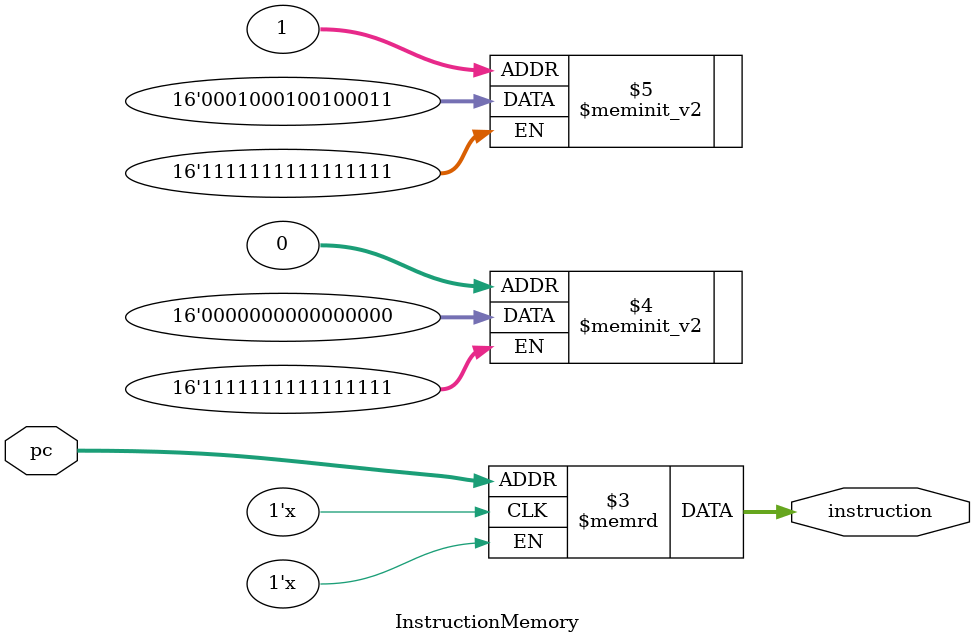
<source format=v>
`timescale 1ns / 1ps

module InstructionMemory (
    input [7:0] pc,
    output [15:0] instruction
);
    reg [15:0] memory [255:0];

    initial begin
        // Example instructions
        memory[0] = 16'b0000000000000000;  // ADD R0, R0, R0
        memory[1] = 16'b0001000100100011;  // SUB R1, R2, R3
        // Add more instructions as needed
    end

    assign instruction = memory[pc];
endmodule

</source>
